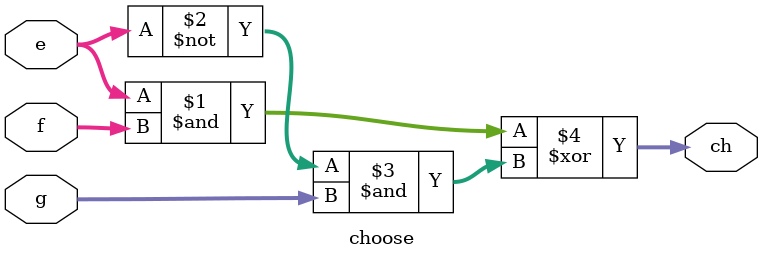
<source format=v>
`timescale 1ns / 1ps


module SHA_256(

    );
endmodule

//Initial Hash Values:
// 8- 32 bit constants that represent the "the first 32 bits of the
//fractional parts of the square roots of the first 8 prime numbers"
// Standard from RFC6234
//hexadecimal notation
module SHA_IHV(output[255:0] IHV);   
assign IHV ={     
                32'h6A09E667, //fractional part of sqrt(2)
                32'hBB67AE85, //fractional part of sqrt(3)
                32'h3C6EF372, //fractional part of sqrt(5)
                32'hA54FF53A, //fractional part of sqrt(7)
                32'h510E527F, //fractional part of sqrt(11)
                32'h9B05688C, //fractional part of sqrt(13)
                32'h1F83D9AB, //fractional part of sqrt(17)
                32'h5BE0CD19  //fractional part of sqrt(19)
                
            };
endmodule
// fractional part of cube root of the first 64 prime numbers.
// module sha256_K_machine taken from github.com/sha256.v

module SHA256_K_machine (
    input clk,
    input rst,
    output [31:0] K
    );

reg [2047:0] rom_q;
wire [2047:0] rom_d = { rom_q[2015:0], rom_q[2047:2016] };
assign K = rom_q[2047:2016];

always @(posedge clk)
begin
    if (rst) begin
        rom_q <= {
            32'h428a2f98, 32'h71374491, 32'hb5c0fbcf, 32'he9b5dba5,
            32'h3956c25b, 32'h59f111f1, 32'h923f82a4, 32'hab1c5ed5,
            32'hd807aa98, 32'h12835b01, 32'h243185be, 32'h550c7dc3,
            32'h72be5d74, 32'h80deb1fe, 32'h9bdc06a7, 32'hc19bf174,
            32'he49b69c1, 32'hefbe4786, 32'h0fc19dc6, 32'h240ca1cc,
            32'h2de92c6f, 32'h4a7484aa, 32'h5cb0a9dc, 32'h76f988da,
            32'h983e5152, 32'ha831c66d, 32'hb00327c8, 32'hbf597fc7,
            32'hc6e00bf3, 32'hd5a79147, 32'h06ca6351, 32'h14292967,
            32'h27b70a85, 32'h2e1b2138, 32'h4d2c6dfc, 32'h53380d13,
            32'h650a7354, 32'h766a0abb, 32'h81c2c92e, 32'h92722c85,
            32'ha2bfe8a1, 32'ha81a664b, 32'hc24b8b70, 32'hc76c51a3,
            32'hd192e819, 32'hd6990624, 32'hf40e3585, 32'h106aa070,
            32'h19a4c116, 32'h1e376c08, 32'h2748774c, 32'h34b0bcb5,
            32'h391c0cb3, 32'h4ed8aa4a, 32'h5b9cca4f, 32'h682e6ff3,
            32'h748f82ee, 32'h78a5636f, 32'h84c87814, 32'h8cc70208,
            32'h90befffa, 32'ha4506ceb, 32'hbef9a3f7, 32'hc67178f2
        };
    end else begin
        rom_q <= rom_d;
    end
end

endmodule
//--end of code taken from github

//module s_sigma_zero has a rotate right portion
//s0 = (w[i-15] rightrotate 7) xor (w[i-15] rightrotate 18) xor (w[i-15] rightshift 3)
// this is implemented by cutting out part of the array and concatinating it 
// on the other end
//
module s_sigma_zero(input wire [31:0] W ,output wire [31:0] s0);

assign s0=({W[6:0], W[31:7]}^{W[17:0],W[31:18]}^{(W >> 3)});

endmodule
//s1 = (w[i- 2] rightrotate 17) xor (w[i- 2] rightrotate 19) xor (w[i- 2] rightshift 10)
// performs a right rotate by 17
//performs a right rotate by 19
// performs a right shift of 10
// all are than XOR'd together 
module s_sigma_one(input wire [31:0] W1,output wire [31:0] s1);

assign s1=({W1[16:0],W1[31:17]}^{W1[18:0],W1[31:19]}^{(W1>>10)});

endmodule
// Large Sigma Zero
//S0 = (a rightrotate 2) xor (a rightrotate 13) xor (a rightrotate 22)

module l_sigma_zero(input wire [31:0] a,output wire[31:0] S0);
assign S0= ({a[1:0],a[31:2]}^{a[12:0],a[31:13]}^{a[21:0],a[31:22]});
endmodule

//Large Sigma One
//S1 = (e rightrotate 6) xor (e rightrotate 11) xor (e rightrotate 25)
module l_sigma_one(input wire[31:0] e,output wire[31:0] S1);
assign S1= ({e[5:0],e[31:6]}^{e[10:0],e[11:31]}^{e[24:0],e[31:25]});
endmodule

//choose the majority of the 3 inputs (majority)
//maj = (a and b) xor (a and c) xor (b and c)
module majority #(parameter wordS=0)(input wire[wordS-1:0]a,b,c,output wire[wordS-1:0] maj);
    assign maj=(a&b)^(a&c)^(b&c);
    endmodule
//Choose
//ch = (e and f) xor ((not e) and g)
module choose #(parameter wordS=0)(input wire[wordS-1:0]e,f,g,output wire[wordS-1:0]ch);
assign ch=((e&f)^((~e)&g));

endmodule



                


</source>
